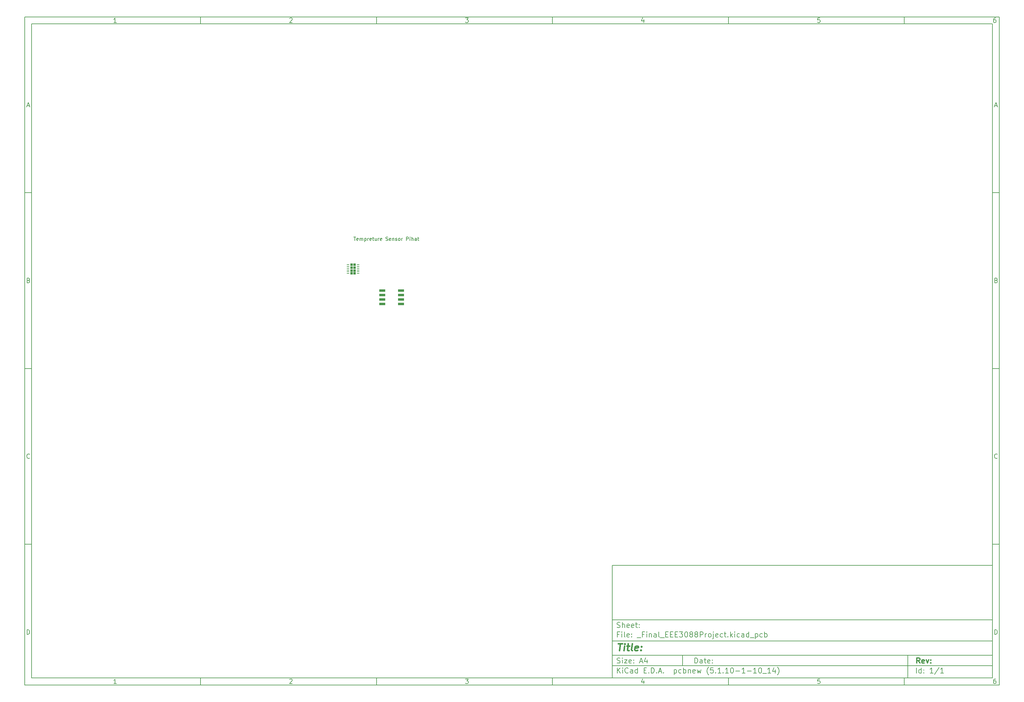
<source format=gbr>
%TF.GenerationSoftware,KiCad,Pcbnew,(5.1.10-1-10_14)*%
%TF.CreationDate,2021-06-17T20:45:02+02:00*%
%TF.ProjectId,_Final_EEE3088Project,5f46696e-616c-45f4-9545-453330383850,rev?*%
%TF.SameCoordinates,Original*%
%TF.FileFunction,Paste,Top*%
%TF.FilePolarity,Positive*%
%FSLAX46Y46*%
G04 Gerber Fmt 4.6, Leading zero omitted, Abs format (unit mm)*
G04 Created by KiCad (PCBNEW (5.1.10-1-10_14)) date 2021-06-17 20:45:02*
%MOMM*%
%LPD*%
G01*
G04 APERTURE LIST*
%ADD10C,0.100000*%
%ADD11C,0.150000*%
%ADD12C,0.300000*%
%ADD13C,0.400000*%
%ADD14R,0.700000X0.250000*%
%ADD15R,0.685000X0.670000*%
%ADD16R,1.800000X0.800000*%
G04 APERTURE END LIST*
D10*
D11*
X177002200Y-166007200D02*
X177002200Y-198007200D01*
X285002200Y-198007200D01*
X285002200Y-166007200D01*
X177002200Y-166007200D01*
D10*
D11*
X10000000Y-10000000D02*
X10000000Y-200007200D01*
X287002200Y-200007200D01*
X287002200Y-10000000D01*
X10000000Y-10000000D01*
D10*
D11*
X12000000Y-12000000D02*
X12000000Y-198007200D01*
X285002200Y-198007200D01*
X285002200Y-12000000D01*
X12000000Y-12000000D01*
D10*
D11*
X60000000Y-12000000D02*
X60000000Y-10000000D01*
D10*
D11*
X110000000Y-12000000D02*
X110000000Y-10000000D01*
D10*
D11*
X160000000Y-12000000D02*
X160000000Y-10000000D01*
D10*
D11*
X210000000Y-12000000D02*
X210000000Y-10000000D01*
D10*
D11*
X260000000Y-12000000D02*
X260000000Y-10000000D01*
D10*
D11*
X36065476Y-11588095D02*
X35322619Y-11588095D01*
X35694047Y-11588095D02*
X35694047Y-10288095D01*
X35570238Y-10473809D01*
X35446428Y-10597619D01*
X35322619Y-10659523D01*
D10*
D11*
X85322619Y-10411904D02*
X85384523Y-10350000D01*
X85508333Y-10288095D01*
X85817857Y-10288095D01*
X85941666Y-10350000D01*
X86003571Y-10411904D01*
X86065476Y-10535714D01*
X86065476Y-10659523D01*
X86003571Y-10845238D01*
X85260714Y-11588095D01*
X86065476Y-11588095D01*
D10*
D11*
X135260714Y-10288095D02*
X136065476Y-10288095D01*
X135632142Y-10783333D01*
X135817857Y-10783333D01*
X135941666Y-10845238D01*
X136003571Y-10907142D01*
X136065476Y-11030952D01*
X136065476Y-11340476D01*
X136003571Y-11464285D01*
X135941666Y-11526190D01*
X135817857Y-11588095D01*
X135446428Y-11588095D01*
X135322619Y-11526190D01*
X135260714Y-11464285D01*
D10*
D11*
X185941666Y-10721428D02*
X185941666Y-11588095D01*
X185632142Y-10226190D02*
X185322619Y-11154761D01*
X186127380Y-11154761D01*
D10*
D11*
X236003571Y-10288095D02*
X235384523Y-10288095D01*
X235322619Y-10907142D01*
X235384523Y-10845238D01*
X235508333Y-10783333D01*
X235817857Y-10783333D01*
X235941666Y-10845238D01*
X236003571Y-10907142D01*
X236065476Y-11030952D01*
X236065476Y-11340476D01*
X236003571Y-11464285D01*
X235941666Y-11526190D01*
X235817857Y-11588095D01*
X235508333Y-11588095D01*
X235384523Y-11526190D01*
X235322619Y-11464285D01*
D10*
D11*
X285941666Y-10288095D02*
X285694047Y-10288095D01*
X285570238Y-10350000D01*
X285508333Y-10411904D01*
X285384523Y-10597619D01*
X285322619Y-10845238D01*
X285322619Y-11340476D01*
X285384523Y-11464285D01*
X285446428Y-11526190D01*
X285570238Y-11588095D01*
X285817857Y-11588095D01*
X285941666Y-11526190D01*
X286003571Y-11464285D01*
X286065476Y-11340476D01*
X286065476Y-11030952D01*
X286003571Y-10907142D01*
X285941666Y-10845238D01*
X285817857Y-10783333D01*
X285570238Y-10783333D01*
X285446428Y-10845238D01*
X285384523Y-10907142D01*
X285322619Y-11030952D01*
D10*
D11*
X60000000Y-198007200D02*
X60000000Y-200007200D01*
D10*
D11*
X110000000Y-198007200D02*
X110000000Y-200007200D01*
D10*
D11*
X160000000Y-198007200D02*
X160000000Y-200007200D01*
D10*
D11*
X210000000Y-198007200D02*
X210000000Y-200007200D01*
D10*
D11*
X260000000Y-198007200D02*
X260000000Y-200007200D01*
D10*
D11*
X36065476Y-199595295D02*
X35322619Y-199595295D01*
X35694047Y-199595295D02*
X35694047Y-198295295D01*
X35570238Y-198481009D01*
X35446428Y-198604819D01*
X35322619Y-198666723D01*
D10*
D11*
X85322619Y-198419104D02*
X85384523Y-198357200D01*
X85508333Y-198295295D01*
X85817857Y-198295295D01*
X85941666Y-198357200D01*
X86003571Y-198419104D01*
X86065476Y-198542914D01*
X86065476Y-198666723D01*
X86003571Y-198852438D01*
X85260714Y-199595295D01*
X86065476Y-199595295D01*
D10*
D11*
X135260714Y-198295295D02*
X136065476Y-198295295D01*
X135632142Y-198790533D01*
X135817857Y-198790533D01*
X135941666Y-198852438D01*
X136003571Y-198914342D01*
X136065476Y-199038152D01*
X136065476Y-199347676D01*
X136003571Y-199471485D01*
X135941666Y-199533390D01*
X135817857Y-199595295D01*
X135446428Y-199595295D01*
X135322619Y-199533390D01*
X135260714Y-199471485D01*
D10*
D11*
X185941666Y-198728628D02*
X185941666Y-199595295D01*
X185632142Y-198233390D02*
X185322619Y-199161961D01*
X186127380Y-199161961D01*
D10*
D11*
X236003571Y-198295295D02*
X235384523Y-198295295D01*
X235322619Y-198914342D01*
X235384523Y-198852438D01*
X235508333Y-198790533D01*
X235817857Y-198790533D01*
X235941666Y-198852438D01*
X236003571Y-198914342D01*
X236065476Y-199038152D01*
X236065476Y-199347676D01*
X236003571Y-199471485D01*
X235941666Y-199533390D01*
X235817857Y-199595295D01*
X235508333Y-199595295D01*
X235384523Y-199533390D01*
X235322619Y-199471485D01*
D10*
D11*
X285941666Y-198295295D02*
X285694047Y-198295295D01*
X285570238Y-198357200D01*
X285508333Y-198419104D01*
X285384523Y-198604819D01*
X285322619Y-198852438D01*
X285322619Y-199347676D01*
X285384523Y-199471485D01*
X285446428Y-199533390D01*
X285570238Y-199595295D01*
X285817857Y-199595295D01*
X285941666Y-199533390D01*
X286003571Y-199471485D01*
X286065476Y-199347676D01*
X286065476Y-199038152D01*
X286003571Y-198914342D01*
X285941666Y-198852438D01*
X285817857Y-198790533D01*
X285570238Y-198790533D01*
X285446428Y-198852438D01*
X285384523Y-198914342D01*
X285322619Y-199038152D01*
D10*
D11*
X10000000Y-60000000D02*
X12000000Y-60000000D01*
D10*
D11*
X10000000Y-110000000D02*
X12000000Y-110000000D01*
D10*
D11*
X10000000Y-160000000D02*
X12000000Y-160000000D01*
D10*
D11*
X10690476Y-35216666D02*
X11309523Y-35216666D01*
X10566666Y-35588095D02*
X11000000Y-34288095D01*
X11433333Y-35588095D01*
D10*
D11*
X11092857Y-84907142D02*
X11278571Y-84969047D01*
X11340476Y-85030952D01*
X11402380Y-85154761D01*
X11402380Y-85340476D01*
X11340476Y-85464285D01*
X11278571Y-85526190D01*
X11154761Y-85588095D01*
X10659523Y-85588095D01*
X10659523Y-84288095D01*
X11092857Y-84288095D01*
X11216666Y-84350000D01*
X11278571Y-84411904D01*
X11340476Y-84535714D01*
X11340476Y-84659523D01*
X11278571Y-84783333D01*
X11216666Y-84845238D01*
X11092857Y-84907142D01*
X10659523Y-84907142D01*
D10*
D11*
X11402380Y-135464285D02*
X11340476Y-135526190D01*
X11154761Y-135588095D01*
X11030952Y-135588095D01*
X10845238Y-135526190D01*
X10721428Y-135402380D01*
X10659523Y-135278571D01*
X10597619Y-135030952D01*
X10597619Y-134845238D01*
X10659523Y-134597619D01*
X10721428Y-134473809D01*
X10845238Y-134350000D01*
X11030952Y-134288095D01*
X11154761Y-134288095D01*
X11340476Y-134350000D01*
X11402380Y-134411904D01*
D10*
D11*
X10659523Y-185588095D02*
X10659523Y-184288095D01*
X10969047Y-184288095D01*
X11154761Y-184350000D01*
X11278571Y-184473809D01*
X11340476Y-184597619D01*
X11402380Y-184845238D01*
X11402380Y-185030952D01*
X11340476Y-185278571D01*
X11278571Y-185402380D01*
X11154761Y-185526190D01*
X10969047Y-185588095D01*
X10659523Y-185588095D01*
D10*
D11*
X287002200Y-60000000D02*
X285002200Y-60000000D01*
D10*
D11*
X287002200Y-110000000D02*
X285002200Y-110000000D01*
D10*
D11*
X287002200Y-160000000D02*
X285002200Y-160000000D01*
D10*
D11*
X285692676Y-35216666D02*
X286311723Y-35216666D01*
X285568866Y-35588095D02*
X286002200Y-34288095D01*
X286435533Y-35588095D01*
D10*
D11*
X286095057Y-84907142D02*
X286280771Y-84969047D01*
X286342676Y-85030952D01*
X286404580Y-85154761D01*
X286404580Y-85340476D01*
X286342676Y-85464285D01*
X286280771Y-85526190D01*
X286156961Y-85588095D01*
X285661723Y-85588095D01*
X285661723Y-84288095D01*
X286095057Y-84288095D01*
X286218866Y-84350000D01*
X286280771Y-84411904D01*
X286342676Y-84535714D01*
X286342676Y-84659523D01*
X286280771Y-84783333D01*
X286218866Y-84845238D01*
X286095057Y-84907142D01*
X285661723Y-84907142D01*
D10*
D11*
X286404580Y-135464285D02*
X286342676Y-135526190D01*
X286156961Y-135588095D01*
X286033152Y-135588095D01*
X285847438Y-135526190D01*
X285723628Y-135402380D01*
X285661723Y-135278571D01*
X285599819Y-135030952D01*
X285599819Y-134845238D01*
X285661723Y-134597619D01*
X285723628Y-134473809D01*
X285847438Y-134350000D01*
X286033152Y-134288095D01*
X286156961Y-134288095D01*
X286342676Y-134350000D01*
X286404580Y-134411904D01*
D10*
D11*
X285661723Y-185588095D02*
X285661723Y-184288095D01*
X285971247Y-184288095D01*
X286156961Y-184350000D01*
X286280771Y-184473809D01*
X286342676Y-184597619D01*
X286404580Y-184845238D01*
X286404580Y-185030952D01*
X286342676Y-185278571D01*
X286280771Y-185402380D01*
X286156961Y-185526190D01*
X285971247Y-185588095D01*
X285661723Y-185588095D01*
D10*
D11*
X200434342Y-193785771D02*
X200434342Y-192285771D01*
X200791485Y-192285771D01*
X201005771Y-192357200D01*
X201148628Y-192500057D01*
X201220057Y-192642914D01*
X201291485Y-192928628D01*
X201291485Y-193142914D01*
X201220057Y-193428628D01*
X201148628Y-193571485D01*
X201005771Y-193714342D01*
X200791485Y-193785771D01*
X200434342Y-193785771D01*
X202577200Y-193785771D02*
X202577200Y-193000057D01*
X202505771Y-192857200D01*
X202362914Y-192785771D01*
X202077200Y-192785771D01*
X201934342Y-192857200D01*
X202577200Y-193714342D02*
X202434342Y-193785771D01*
X202077200Y-193785771D01*
X201934342Y-193714342D01*
X201862914Y-193571485D01*
X201862914Y-193428628D01*
X201934342Y-193285771D01*
X202077200Y-193214342D01*
X202434342Y-193214342D01*
X202577200Y-193142914D01*
X203077200Y-192785771D02*
X203648628Y-192785771D01*
X203291485Y-192285771D02*
X203291485Y-193571485D01*
X203362914Y-193714342D01*
X203505771Y-193785771D01*
X203648628Y-193785771D01*
X204720057Y-193714342D02*
X204577200Y-193785771D01*
X204291485Y-193785771D01*
X204148628Y-193714342D01*
X204077200Y-193571485D01*
X204077200Y-193000057D01*
X204148628Y-192857200D01*
X204291485Y-192785771D01*
X204577200Y-192785771D01*
X204720057Y-192857200D01*
X204791485Y-193000057D01*
X204791485Y-193142914D01*
X204077200Y-193285771D01*
X205434342Y-193642914D02*
X205505771Y-193714342D01*
X205434342Y-193785771D01*
X205362914Y-193714342D01*
X205434342Y-193642914D01*
X205434342Y-193785771D01*
X205434342Y-192857200D02*
X205505771Y-192928628D01*
X205434342Y-193000057D01*
X205362914Y-192928628D01*
X205434342Y-192857200D01*
X205434342Y-193000057D01*
D10*
D11*
X177002200Y-194507200D02*
X285002200Y-194507200D01*
D10*
D11*
X178434342Y-196585771D02*
X178434342Y-195085771D01*
X179291485Y-196585771D02*
X178648628Y-195728628D01*
X179291485Y-195085771D02*
X178434342Y-195942914D01*
X179934342Y-196585771D02*
X179934342Y-195585771D01*
X179934342Y-195085771D02*
X179862914Y-195157200D01*
X179934342Y-195228628D01*
X180005771Y-195157200D01*
X179934342Y-195085771D01*
X179934342Y-195228628D01*
X181505771Y-196442914D02*
X181434342Y-196514342D01*
X181220057Y-196585771D01*
X181077200Y-196585771D01*
X180862914Y-196514342D01*
X180720057Y-196371485D01*
X180648628Y-196228628D01*
X180577200Y-195942914D01*
X180577200Y-195728628D01*
X180648628Y-195442914D01*
X180720057Y-195300057D01*
X180862914Y-195157200D01*
X181077200Y-195085771D01*
X181220057Y-195085771D01*
X181434342Y-195157200D01*
X181505771Y-195228628D01*
X182791485Y-196585771D02*
X182791485Y-195800057D01*
X182720057Y-195657200D01*
X182577200Y-195585771D01*
X182291485Y-195585771D01*
X182148628Y-195657200D01*
X182791485Y-196514342D02*
X182648628Y-196585771D01*
X182291485Y-196585771D01*
X182148628Y-196514342D01*
X182077200Y-196371485D01*
X182077200Y-196228628D01*
X182148628Y-196085771D01*
X182291485Y-196014342D01*
X182648628Y-196014342D01*
X182791485Y-195942914D01*
X184148628Y-196585771D02*
X184148628Y-195085771D01*
X184148628Y-196514342D02*
X184005771Y-196585771D01*
X183720057Y-196585771D01*
X183577200Y-196514342D01*
X183505771Y-196442914D01*
X183434342Y-196300057D01*
X183434342Y-195871485D01*
X183505771Y-195728628D01*
X183577200Y-195657200D01*
X183720057Y-195585771D01*
X184005771Y-195585771D01*
X184148628Y-195657200D01*
X186005771Y-195800057D02*
X186505771Y-195800057D01*
X186720057Y-196585771D02*
X186005771Y-196585771D01*
X186005771Y-195085771D01*
X186720057Y-195085771D01*
X187362914Y-196442914D02*
X187434342Y-196514342D01*
X187362914Y-196585771D01*
X187291485Y-196514342D01*
X187362914Y-196442914D01*
X187362914Y-196585771D01*
X188077200Y-196585771D02*
X188077200Y-195085771D01*
X188434342Y-195085771D01*
X188648628Y-195157200D01*
X188791485Y-195300057D01*
X188862914Y-195442914D01*
X188934342Y-195728628D01*
X188934342Y-195942914D01*
X188862914Y-196228628D01*
X188791485Y-196371485D01*
X188648628Y-196514342D01*
X188434342Y-196585771D01*
X188077200Y-196585771D01*
X189577200Y-196442914D02*
X189648628Y-196514342D01*
X189577200Y-196585771D01*
X189505771Y-196514342D01*
X189577200Y-196442914D01*
X189577200Y-196585771D01*
X190220057Y-196157200D02*
X190934342Y-196157200D01*
X190077200Y-196585771D02*
X190577200Y-195085771D01*
X191077200Y-196585771D01*
X191577200Y-196442914D02*
X191648628Y-196514342D01*
X191577200Y-196585771D01*
X191505771Y-196514342D01*
X191577200Y-196442914D01*
X191577200Y-196585771D01*
X194577200Y-195585771D02*
X194577200Y-197085771D01*
X194577200Y-195657200D02*
X194720057Y-195585771D01*
X195005771Y-195585771D01*
X195148628Y-195657200D01*
X195220057Y-195728628D01*
X195291485Y-195871485D01*
X195291485Y-196300057D01*
X195220057Y-196442914D01*
X195148628Y-196514342D01*
X195005771Y-196585771D01*
X194720057Y-196585771D01*
X194577200Y-196514342D01*
X196577200Y-196514342D02*
X196434342Y-196585771D01*
X196148628Y-196585771D01*
X196005771Y-196514342D01*
X195934342Y-196442914D01*
X195862914Y-196300057D01*
X195862914Y-195871485D01*
X195934342Y-195728628D01*
X196005771Y-195657200D01*
X196148628Y-195585771D01*
X196434342Y-195585771D01*
X196577200Y-195657200D01*
X197220057Y-196585771D02*
X197220057Y-195085771D01*
X197220057Y-195657200D02*
X197362914Y-195585771D01*
X197648628Y-195585771D01*
X197791485Y-195657200D01*
X197862914Y-195728628D01*
X197934342Y-195871485D01*
X197934342Y-196300057D01*
X197862914Y-196442914D01*
X197791485Y-196514342D01*
X197648628Y-196585771D01*
X197362914Y-196585771D01*
X197220057Y-196514342D01*
X198577200Y-195585771D02*
X198577200Y-196585771D01*
X198577200Y-195728628D02*
X198648628Y-195657200D01*
X198791485Y-195585771D01*
X199005771Y-195585771D01*
X199148628Y-195657200D01*
X199220057Y-195800057D01*
X199220057Y-196585771D01*
X200505771Y-196514342D02*
X200362914Y-196585771D01*
X200077200Y-196585771D01*
X199934342Y-196514342D01*
X199862914Y-196371485D01*
X199862914Y-195800057D01*
X199934342Y-195657200D01*
X200077200Y-195585771D01*
X200362914Y-195585771D01*
X200505771Y-195657200D01*
X200577200Y-195800057D01*
X200577200Y-195942914D01*
X199862914Y-196085771D01*
X201077200Y-195585771D02*
X201362914Y-196585771D01*
X201648628Y-195871485D01*
X201934342Y-196585771D01*
X202220057Y-195585771D01*
X204362914Y-197157200D02*
X204291485Y-197085771D01*
X204148628Y-196871485D01*
X204077200Y-196728628D01*
X204005771Y-196514342D01*
X203934342Y-196157200D01*
X203934342Y-195871485D01*
X204005771Y-195514342D01*
X204077200Y-195300057D01*
X204148628Y-195157200D01*
X204291485Y-194942914D01*
X204362914Y-194871485D01*
X205648628Y-195085771D02*
X204934342Y-195085771D01*
X204862914Y-195800057D01*
X204934342Y-195728628D01*
X205077200Y-195657200D01*
X205434342Y-195657200D01*
X205577200Y-195728628D01*
X205648628Y-195800057D01*
X205720057Y-195942914D01*
X205720057Y-196300057D01*
X205648628Y-196442914D01*
X205577200Y-196514342D01*
X205434342Y-196585771D01*
X205077200Y-196585771D01*
X204934342Y-196514342D01*
X204862914Y-196442914D01*
X206362914Y-196442914D02*
X206434342Y-196514342D01*
X206362914Y-196585771D01*
X206291485Y-196514342D01*
X206362914Y-196442914D01*
X206362914Y-196585771D01*
X207862914Y-196585771D02*
X207005771Y-196585771D01*
X207434342Y-196585771D02*
X207434342Y-195085771D01*
X207291485Y-195300057D01*
X207148628Y-195442914D01*
X207005771Y-195514342D01*
X208505771Y-196442914D02*
X208577200Y-196514342D01*
X208505771Y-196585771D01*
X208434342Y-196514342D01*
X208505771Y-196442914D01*
X208505771Y-196585771D01*
X210005771Y-196585771D02*
X209148628Y-196585771D01*
X209577200Y-196585771D02*
X209577200Y-195085771D01*
X209434342Y-195300057D01*
X209291485Y-195442914D01*
X209148628Y-195514342D01*
X210934342Y-195085771D02*
X211077200Y-195085771D01*
X211220057Y-195157200D01*
X211291485Y-195228628D01*
X211362914Y-195371485D01*
X211434342Y-195657200D01*
X211434342Y-196014342D01*
X211362914Y-196300057D01*
X211291485Y-196442914D01*
X211220057Y-196514342D01*
X211077200Y-196585771D01*
X210934342Y-196585771D01*
X210791485Y-196514342D01*
X210720057Y-196442914D01*
X210648628Y-196300057D01*
X210577200Y-196014342D01*
X210577200Y-195657200D01*
X210648628Y-195371485D01*
X210720057Y-195228628D01*
X210791485Y-195157200D01*
X210934342Y-195085771D01*
X212077200Y-196014342D02*
X213220057Y-196014342D01*
X214720057Y-196585771D02*
X213862914Y-196585771D01*
X214291485Y-196585771D02*
X214291485Y-195085771D01*
X214148628Y-195300057D01*
X214005771Y-195442914D01*
X213862914Y-195514342D01*
X215362914Y-196014342D02*
X216505771Y-196014342D01*
X218005771Y-196585771D02*
X217148628Y-196585771D01*
X217577200Y-196585771D02*
X217577200Y-195085771D01*
X217434342Y-195300057D01*
X217291485Y-195442914D01*
X217148628Y-195514342D01*
X218934342Y-195085771D02*
X219077200Y-195085771D01*
X219220057Y-195157200D01*
X219291485Y-195228628D01*
X219362914Y-195371485D01*
X219434342Y-195657200D01*
X219434342Y-196014342D01*
X219362914Y-196300057D01*
X219291485Y-196442914D01*
X219220057Y-196514342D01*
X219077200Y-196585771D01*
X218934342Y-196585771D01*
X218791485Y-196514342D01*
X218720057Y-196442914D01*
X218648628Y-196300057D01*
X218577200Y-196014342D01*
X218577200Y-195657200D01*
X218648628Y-195371485D01*
X218720057Y-195228628D01*
X218791485Y-195157200D01*
X218934342Y-195085771D01*
X219720057Y-196728628D02*
X220862914Y-196728628D01*
X222005771Y-196585771D02*
X221148628Y-196585771D01*
X221577200Y-196585771D02*
X221577200Y-195085771D01*
X221434342Y-195300057D01*
X221291485Y-195442914D01*
X221148628Y-195514342D01*
X223291485Y-195585771D02*
X223291485Y-196585771D01*
X222934342Y-195014342D02*
X222577200Y-196085771D01*
X223505771Y-196085771D01*
X223934342Y-197157200D02*
X224005771Y-197085771D01*
X224148628Y-196871485D01*
X224220057Y-196728628D01*
X224291485Y-196514342D01*
X224362914Y-196157200D01*
X224362914Y-195871485D01*
X224291485Y-195514342D01*
X224220057Y-195300057D01*
X224148628Y-195157200D01*
X224005771Y-194942914D01*
X223934342Y-194871485D01*
D10*
D11*
X177002200Y-191507200D02*
X285002200Y-191507200D01*
D10*
D12*
X264411485Y-193785771D02*
X263911485Y-193071485D01*
X263554342Y-193785771D02*
X263554342Y-192285771D01*
X264125771Y-192285771D01*
X264268628Y-192357200D01*
X264340057Y-192428628D01*
X264411485Y-192571485D01*
X264411485Y-192785771D01*
X264340057Y-192928628D01*
X264268628Y-193000057D01*
X264125771Y-193071485D01*
X263554342Y-193071485D01*
X265625771Y-193714342D02*
X265482914Y-193785771D01*
X265197200Y-193785771D01*
X265054342Y-193714342D01*
X264982914Y-193571485D01*
X264982914Y-193000057D01*
X265054342Y-192857200D01*
X265197200Y-192785771D01*
X265482914Y-192785771D01*
X265625771Y-192857200D01*
X265697200Y-193000057D01*
X265697200Y-193142914D01*
X264982914Y-193285771D01*
X266197200Y-192785771D02*
X266554342Y-193785771D01*
X266911485Y-192785771D01*
X267482914Y-193642914D02*
X267554342Y-193714342D01*
X267482914Y-193785771D01*
X267411485Y-193714342D01*
X267482914Y-193642914D01*
X267482914Y-193785771D01*
X267482914Y-192857200D02*
X267554342Y-192928628D01*
X267482914Y-193000057D01*
X267411485Y-192928628D01*
X267482914Y-192857200D01*
X267482914Y-193000057D01*
D10*
D11*
X178362914Y-193714342D02*
X178577200Y-193785771D01*
X178934342Y-193785771D01*
X179077200Y-193714342D01*
X179148628Y-193642914D01*
X179220057Y-193500057D01*
X179220057Y-193357200D01*
X179148628Y-193214342D01*
X179077200Y-193142914D01*
X178934342Y-193071485D01*
X178648628Y-193000057D01*
X178505771Y-192928628D01*
X178434342Y-192857200D01*
X178362914Y-192714342D01*
X178362914Y-192571485D01*
X178434342Y-192428628D01*
X178505771Y-192357200D01*
X178648628Y-192285771D01*
X179005771Y-192285771D01*
X179220057Y-192357200D01*
X179862914Y-193785771D02*
X179862914Y-192785771D01*
X179862914Y-192285771D02*
X179791485Y-192357200D01*
X179862914Y-192428628D01*
X179934342Y-192357200D01*
X179862914Y-192285771D01*
X179862914Y-192428628D01*
X180434342Y-192785771D02*
X181220057Y-192785771D01*
X180434342Y-193785771D01*
X181220057Y-193785771D01*
X182362914Y-193714342D02*
X182220057Y-193785771D01*
X181934342Y-193785771D01*
X181791485Y-193714342D01*
X181720057Y-193571485D01*
X181720057Y-193000057D01*
X181791485Y-192857200D01*
X181934342Y-192785771D01*
X182220057Y-192785771D01*
X182362914Y-192857200D01*
X182434342Y-193000057D01*
X182434342Y-193142914D01*
X181720057Y-193285771D01*
X183077200Y-193642914D02*
X183148628Y-193714342D01*
X183077200Y-193785771D01*
X183005771Y-193714342D01*
X183077200Y-193642914D01*
X183077200Y-193785771D01*
X183077200Y-192857200D02*
X183148628Y-192928628D01*
X183077200Y-193000057D01*
X183005771Y-192928628D01*
X183077200Y-192857200D01*
X183077200Y-193000057D01*
X184862914Y-193357200D02*
X185577200Y-193357200D01*
X184720057Y-193785771D02*
X185220057Y-192285771D01*
X185720057Y-193785771D01*
X186862914Y-192785771D02*
X186862914Y-193785771D01*
X186505771Y-192214342D02*
X186148628Y-193285771D01*
X187077200Y-193285771D01*
D10*
D11*
X263434342Y-196585771D02*
X263434342Y-195085771D01*
X264791485Y-196585771D02*
X264791485Y-195085771D01*
X264791485Y-196514342D02*
X264648628Y-196585771D01*
X264362914Y-196585771D01*
X264220057Y-196514342D01*
X264148628Y-196442914D01*
X264077200Y-196300057D01*
X264077200Y-195871485D01*
X264148628Y-195728628D01*
X264220057Y-195657200D01*
X264362914Y-195585771D01*
X264648628Y-195585771D01*
X264791485Y-195657200D01*
X265505771Y-196442914D02*
X265577200Y-196514342D01*
X265505771Y-196585771D01*
X265434342Y-196514342D01*
X265505771Y-196442914D01*
X265505771Y-196585771D01*
X265505771Y-195657200D02*
X265577200Y-195728628D01*
X265505771Y-195800057D01*
X265434342Y-195728628D01*
X265505771Y-195657200D01*
X265505771Y-195800057D01*
X268148628Y-196585771D02*
X267291485Y-196585771D01*
X267720057Y-196585771D02*
X267720057Y-195085771D01*
X267577200Y-195300057D01*
X267434342Y-195442914D01*
X267291485Y-195514342D01*
X269862914Y-195014342D02*
X268577200Y-196942914D01*
X271148628Y-196585771D02*
X270291485Y-196585771D01*
X270720057Y-196585771D02*
X270720057Y-195085771D01*
X270577200Y-195300057D01*
X270434342Y-195442914D01*
X270291485Y-195514342D01*
D10*
D11*
X177002200Y-187507200D02*
X285002200Y-187507200D01*
D10*
D13*
X178714580Y-188211961D02*
X179857438Y-188211961D01*
X179036009Y-190211961D02*
X179286009Y-188211961D01*
X180274104Y-190211961D02*
X180440771Y-188878628D01*
X180524104Y-188211961D02*
X180416961Y-188307200D01*
X180500295Y-188402438D01*
X180607438Y-188307200D01*
X180524104Y-188211961D01*
X180500295Y-188402438D01*
X181107438Y-188878628D02*
X181869342Y-188878628D01*
X181476485Y-188211961D02*
X181262200Y-189926247D01*
X181333628Y-190116723D01*
X181512200Y-190211961D01*
X181702676Y-190211961D01*
X182655057Y-190211961D02*
X182476485Y-190116723D01*
X182405057Y-189926247D01*
X182619342Y-188211961D01*
X184190771Y-190116723D02*
X183988390Y-190211961D01*
X183607438Y-190211961D01*
X183428866Y-190116723D01*
X183357438Y-189926247D01*
X183452676Y-189164342D01*
X183571723Y-188973866D01*
X183774104Y-188878628D01*
X184155057Y-188878628D01*
X184333628Y-188973866D01*
X184405057Y-189164342D01*
X184381247Y-189354819D01*
X183405057Y-189545295D01*
X185155057Y-190021485D02*
X185238390Y-190116723D01*
X185131247Y-190211961D01*
X185047914Y-190116723D01*
X185155057Y-190021485D01*
X185131247Y-190211961D01*
X185286009Y-188973866D02*
X185369342Y-189069104D01*
X185262200Y-189164342D01*
X185178866Y-189069104D01*
X185286009Y-188973866D01*
X185262200Y-189164342D01*
D10*
D11*
X178934342Y-185600057D02*
X178434342Y-185600057D01*
X178434342Y-186385771D02*
X178434342Y-184885771D01*
X179148628Y-184885771D01*
X179720057Y-186385771D02*
X179720057Y-185385771D01*
X179720057Y-184885771D02*
X179648628Y-184957200D01*
X179720057Y-185028628D01*
X179791485Y-184957200D01*
X179720057Y-184885771D01*
X179720057Y-185028628D01*
X180648628Y-186385771D02*
X180505771Y-186314342D01*
X180434342Y-186171485D01*
X180434342Y-184885771D01*
X181791485Y-186314342D02*
X181648628Y-186385771D01*
X181362914Y-186385771D01*
X181220057Y-186314342D01*
X181148628Y-186171485D01*
X181148628Y-185600057D01*
X181220057Y-185457200D01*
X181362914Y-185385771D01*
X181648628Y-185385771D01*
X181791485Y-185457200D01*
X181862914Y-185600057D01*
X181862914Y-185742914D01*
X181148628Y-185885771D01*
X182505771Y-186242914D02*
X182577200Y-186314342D01*
X182505771Y-186385771D01*
X182434342Y-186314342D01*
X182505771Y-186242914D01*
X182505771Y-186385771D01*
X182505771Y-185457200D02*
X182577200Y-185528628D01*
X182505771Y-185600057D01*
X182434342Y-185528628D01*
X182505771Y-185457200D01*
X182505771Y-185600057D01*
X184005771Y-186528628D02*
X185148628Y-186528628D01*
X186005771Y-185600057D02*
X185505771Y-185600057D01*
X185505771Y-186385771D02*
X185505771Y-184885771D01*
X186220057Y-184885771D01*
X186791485Y-186385771D02*
X186791485Y-185385771D01*
X186791485Y-184885771D02*
X186720057Y-184957200D01*
X186791485Y-185028628D01*
X186862914Y-184957200D01*
X186791485Y-184885771D01*
X186791485Y-185028628D01*
X187505771Y-185385771D02*
X187505771Y-186385771D01*
X187505771Y-185528628D02*
X187577200Y-185457200D01*
X187720057Y-185385771D01*
X187934342Y-185385771D01*
X188077200Y-185457200D01*
X188148628Y-185600057D01*
X188148628Y-186385771D01*
X189505771Y-186385771D02*
X189505771Y-185600057D01*
X189434342Y-185457200D01*
X189291485Y-185385771D01*
X189005771Y-185385771D01*
X188862914Y-185457200D01*
X189505771Y-186314342D02*
X189362914Y-186385771D01*
X189005771Y-186385771D01*
X188862914Y-186314342D01*
X188791485Y-186171485D01*
X188791485Y-186028628D01*
X188862914Y-185885771D01*
X189005771Y-185814342D01*
X189362914Y-185814342D01*
X189505771Y-185742914D01*
X190434342Y-186385771D02*
X190291485Y-186314342D01*
X190220057Y-186171485D01*
X190220057Y-184885771D01*
X190648628Y-186528628D02*
X191791485Y-186528628D01*
X192148628Y-185600057D02*
X192648628Y-185600057D01*
X192862914Y-186385771D02*
X192148628Y-186385771D01*
X192148628Y-184885771D01*
X192862914Y-184885771D01*
X193505771Y-185600057D02*
X194005771Y-185600057D01*
X194220057Y-186385771D02*
X193505771Y-186385771D01*
X193505771Y-184885771D01*
X194220057Y-184885771D01*
X194862914Y-185600057D02*
X195362914Y-185600057D01*
X195577200Y-186385771D02*
X194862914Y-186385771D01*
X194862914Y-184885771D01*
X195577200Y-184885771D01*
X196077200Y-184885771D02*
X197005771Y-184885771D01*
X196505771Y-185457200D01*
X196720057Y-185457200D01*
X196862914Y-185528628D01*
X196934342Y-185600057D01*
X197005771Y-185742914D01*
X197005771Y-186100057D01*
X196934342Y-186242914D01*
X196862914Y-186314342D01*
X196720057Y-186385771D01*
X196291485Y-186385771D01*
X196148628Y-186314342D01*
X196077200Y-186242914D01*
X197934342Y-184885771D02*
X198077200Y-184885771D01*
X198220057Y-184957200D01*
X198291485Y-185028628D01*
X198362914Y-185171485D01*
X198434342Y-185457200D01*
X198434342Y-185814342D01*
X198362914Y-186100057D01*
X198291485Y-186242914D01*
X198220057Y-186314342D01*
X198077200Y-186385771D01*
X197934342Y-186385771D01*
X197791485Y-186314342D01*
X197720057Y-186242914D01*
X197648628Y-186100057D01*
X197577200Y-185814342D01*
X197577200Y-185457200D01*
X197648628Y-185171485D01*
X197720057Y-185028628D01*
X197791485Y-184957200D01*
X197934342Y-184885771D01*
X199291485Y-185528628D02*
X199148628Y-185457200D01*
X199077200Y-185385771D01*
X199005771Y-185242914D01*
X199005771Y-185171485D01*
X199077200Y-185028628D01*
X199148628Y-184957200D01*
X199291485Y-184885771D01*
X199577200Y-184885771D01*
X199720057Y-184957200D01*
X199791485Y-185028628D01*
X199862914Y-185171485D01*
X199862914Y-185242914D01*
X199791485Y-185385771D01*
X199720057Y-185457200D01*
X199577200Y-185528628D01*
X199291485Y-185528628D01*
X199148628Y-185600057D01*
X199077200Y-185671485D01*
X199005771Y-185814342D01*
X199005771Y-186100057D01*
X199077200Y-186242914D01*
X199148628Y-186314342D01*
X199291485Y-186385771D01*
X199577200Y-186385771D01*
X199720057Y-186314342D01*
X199791485Y-186242914D01*
X199862914Y-186100057D01*
X199862914Y-185814342D01*
X199791485Y-185671485D01*
X199720057Y-185600057D01*
X199577200Y-185528628D01*
X200720057Y-185528628D02*
X200577200Y-185457200D01*
X200505771Y-185385771D01*
X200434342Y-185242914D01*
X200434342Y-185171485D01*
X200505771Y-185028628D01*
X200577200Y-184957200D01*
X200720057Y-184885771D01*
X201005771Y-184885771D01*
X201148628Y-184957200D01*
X201220057Y-185028628D01*
X201291485Y-185171485D01*
X201291485Y-185242914D01*
X201220057Y-185385771D01*
X201148628Y-185457200D01*
X201005771Y-185528628D01*
X200720057Y-185528628D01*
X200577200Y-185600057D01*
X200505771Y-185671485D01*
X200434342Y-185814342D01*
X200434342Y-186100057D01*
X200505771Y-186242914D01*
X200577200Y-186314342D01*
X200720057Y-186385771D01*
X201005771Y-186385771D01*
X201148628Y-186314342D01*
X201220057Y-186242914D01*
X201291485Y-186100057D01*
X201291485Y-185814342D01*
X201220057Y-185671485D01*
X201148628Y-185600057D01*
X201005771Y-185528628D01*
X201934342Y-186385771D02*
X201934342Y-184885771D01*
X202505771Y-184885771D01*
X202648628Y-184957200D01*
X202720057Y-185028628D01*
X202791485Y-185171485D01*
X202791485Y-185385771D01*
X202720057Y-185528628D01*
X202648628Y-185600057D01*
X202505771Y-185671485D01*
X201934342Y-185671485D01*
X203434342Y-186385771D02*
X203434342Y-185385771D01*
X203434342Y-185671485D02*
X203505771Y-185528628D01*
X203577200Y-185457200D01*
X203720057Y-185385771D01*
X203862914Y-185385771D01*
X204577200Y-186385771D02*
X204434342Y-186314342D01*
X204362914Y-186242914D01*
X204291485Y-186100057D01*
X204291485Y-185671485D01*
X204362914Y-185528628D01*
X204434342Y-185457200D01*
X204577200Y-185385771D01*
X204791485Y-185385771D01*
X204934342Y-185457200D01*
X205005771Y-185528628D01*
X205077200Y-185671485D01*
X205077200Y-186100057D01*
X205005771Y-186242914D01*
X204934342Y-186314342D01*
X204791485Y-186385771D01*
X204577200Y-186385771D01*
X205720057Y-185385771D02*
X205720057Y-186671485D01*
X205648628Y-186814342D01*
X205505771Y-186885771D01*
X205434342Y-186885771D01*
X205720057Y-184885771D02*
X205648628Y-184957200D01*
X205720057Y-185028628D01*
X205791485Y-184957200D01*
X205720057Y-184885771D01*
X205720057Y-185028628D01*
X207005771Y-186314342D02*
X206862914Y-186385771D01*
X206577200Y-186385771D01*
X206434342Y-186314342D01*
X206362914Y-186171485D01*
X206362914Y-185600057D01*
X206434342Y-185457200D01*
X206577200Y-185385771D01*
X206862914Y-185385771D01*
X207005771Y-185457200D01*
X207077200Y-185600057D01*
X207077200Y-185742914D01*
X206362914Y-185885771D01*
X208362914Y-186314342D02*
X208220057Y-186385771D01*
X207934342Y-186385771D01*
X207791485Y-186314342D01*
X207720057Y-186242914D01*
X207648628Y-186100057D01*
X207648628Y-185671485D01*
X207720057Y-185528628D01*
X207791485Y-185457200D01*
X207934342Y-185385771D01*
X208220057Y-185385771D01*
X208362914Y-185457200D01*
X208791485Y-185385771D02*
X209362914Y-185385771D01*
X209005771Y-184885771D02*
X209005771Y-186171485D01*
X209077200Y-186314342D01*
X209220057Y-186385771D01*
X209362914Y-186385771D01*
X209862914Y-186242914D02*
X209934342Y-186314342D01*
X209862914Y-186385771D01*
X209791485Y-186314342D01*
X209862914Y-186242914D01*
X209862914Y-186385771D01*
X210577200Y-186385771D02*
X210577200Y-184885771D01*
X210720057Y-185814342D02*
X211148628Y-186385771D01*
X211148628Y-185385771D02*
X210577200Y-185957200D01*
X211791485Y-186385771D02*
X211791485Y-185385771D01*
X211791485Y-184885771D02*
X211720057Y-184957200D01*
X211791485Y-185028628D01*
X211862914Y-184957200D01*
X211791485Y-184885771D01*
X211791485Y-185028628D01*
X213148628Y-186314342D02*
X213005771Y-186385771D01*
X212720057Y-186385771D01*
X212577200Y-186314342D01*
X212505771Y-186242914D01*
X212434342Y-186100057D01*
X212434342Y-185671485D01*
X212505771Y-185528628D01*
X212577200Y-185457200D01*
X212720057Y-185385771D01*
X213005771Y-185385771D01*
X213148628Y-185457200D01*
X214434342Y-186385771D02*
X214434342Y-185600057D01*
X214362914Y-185457200D01*
X214220057Y-185385771D01*
X213934342Y-185385771D01*
X213791485Y-185457200D01*
X214434342Y-186314342D02*
X214291485Y-186385771D01*
X213934342Y-186385771D01*
X213791485Y-186314342D01*
X213720057Y-186171485D01*
X213720057Y-186028628D01*
X213791485Y-185885771D01*
X213934342Y-185814342D01*
X214291485Y-185814342D01*
X214434342Y-185742914D01*
X215791485Y-186385771D02*
X215791485Y-184885771D01*
X215791485Y-186314342D02*
X215648628Y-186385771D01*
X215362914Y-186385771D01*
X215220057Y-186314342D01*
X215148628Y-186242914D01*
X215077200Y-186100057D01*
X215077200Y-185671485D01*
X215148628Y-185528628D01*
X215220057Y-185457200D01*
X215362914Y-185385771D01*
X215648628Y-185385771D01*
X215791485Y-185457200D01*
X216148628Y-186528628D02*
X217291485Y-186528628D01*
X217648628Y-185385771D02*
X217648628Y-186885771D01*
X217648628Y-185457200D02*
X217791485Y-185385771D01*
X218077200Y-185385771D01*
X218220057Y-185457200D01*
X218291485Y-185528628D01*
X218362914Y-185671485D01*
X218362914Y-186100057D01*
X218291485Y-186242914D01*
X218220057Y-186314342D01*
X218077200Y-186385771D01*
X217791485Y-186385771D01*
X217648628Y-186314342D01*
X219648628Y-186314342D02*
X219505771Y-186385771D01*
X219220057Y-186385771D01*
X219077200Y-186314342D01*
X219005771Y-186242914D01*
X218934342Y-186100057D01*
X218934342Y-185671485D01*
X219005771Y-185528628D01*
X219077200Y-185457200D01*
X219220057Y-185385771D01*
X219505771Y-185385771D01*
X219648628Y-185457200D01*
X220291485Y-186385771D02*
X220291485Y-184885771D01*
X220291485Y-185457200D02*
X220434342Y-185385771D01*
X220720057Y-185385771D01*
X220862914Y-185457200D01*
X220934342Y-185528628D01*
X221005771Y-185671485D01*
X221005771Y-186100057D01*
X220934342Y-186242914D01*
X220862914Y-186314342D01*
X220720057Y-186385771D01*
X220434342Y-186385771D01*
X220291485Y-186314342D01*
D10*
D11*
X177002200Y-181507200D02*
X285002200Y-181507200D01*
D10*
D11*
X178362914Y-183614342D02*
X178577200Y-183685771D01*
X178934342Y-183685771D01*
X179077200Y-183614342D01*
X179148628Y-183542914D01*
X179220057Y-183400057D01*
X179220057Y-183257200D01*
X179148628Y-183114342D01*
X179077200Y-183042914D01*
X178934342Y-182971485D01*
X178648628Y-182900057D01*
X178505771Y-182828628D01*
X178434342Y-182757200D01*
X178362914Y-182614342D01*
X178362914Y-182471485D01*
X178434342Y-182328628D01*
X178505771Y-182257200D01*
X178648628Y-182185771D01*
X179005771Y-182185771D01*
X179220057Y-182257200D01*
X179862914Y-183685771D02*
X179862914Y-182185771D01*
X180505771Y-183685771D02*
X180505771Y-182900057D01*
X180434342Y-182757200D01*
X180291485Y-182685771D01*
X180077200Y-182685771D01*
X179934342Y-182757200D01*
X179862914Y-182828628D01*
X181791485Y-183614342D02*
X181648628Y-183685771D01*
X181362914Y-183685771D01*
X181220057Y-183614342D01*
X181148628Y-183471485D01*
X181148628Y-182900057D01*
X181220057Y-182757200D01*
X181362914Y-182685771D01*
X181648628Y-182685771D01*
X181791485Y-182757200D01*
X181862914Y-182900057D01*
X181862914Y-183042914D01*
X181148628Y-183185771D01*
X183077200Y-183614342D02*
X182934342Y-183685771D01*
X182648628Y-183685771D01*
X182505771Y-183614342D01*
X182434342Y-183471485D01*
X182434342Y-182900057D01*
X182505771Y-182757200D01*
X182648628Y-182685771D01*
X182934342Y-182685771D01*
X183077200Y-182757200D01*
X183148628Y-182900057D01*
X183148628Y-183042914D01*
X182434342Y-183185771D01*
X183577200Y-182685771D02*
X184148628Y-182685771D01*
X183791485Y-182185771D02*
X183791485Y-183471485D01*
X183862914Y-183614342D01*
X184005771Y-183685771D01*
X184148628Y-183685771D01*
X184648628Y-183542914D02*
X184720057Y-183614342D01*
X184648628Y-183685771D01*
X184577200Y-183614342D01*
X184648628Y-183542914D01*
X184648628Y-183685771D01*
X184648628Y-182757200D02*
X184720057Y-182828628D01*
X184648628Y-182900057D01*
X184577200Y-182828628D01*
X184648628Y-182757200D01*
X184648628Y-182900057D01*
D10*
D11*
X197002200Y-191507200D02*
X197002200Y-194507200D01*
D10*
D11*
X261002200Y-191507200D02*
X261002200Y-198007200D01*
X103514095Y-72604380D02*
X104085523Y-72604380D01*
X103799809Y-73604380D02*
X103799809Y-72604380D01*
X104799809Y-73556761D02*
X104704571Y-73604380D01*
X104514095Y-73604380D01*
X104418857Y-73556761D01*
X104371238Y-73461523D01*
X104371238Y-73080571D01*
X104418857Y-72985333D01*
X104514095Y-72937714D01*
X104704571Y-72937714D01*
X104799809Y-72985333D01*
X104847428Y-73080571D01*
X104847428Y-73175809D01*
X104371238Y-73271047D01*
X105275999Y-73604380D02*
X105275999Y-72937714D01*
X105275999Y-73032952D02*
X105323619Y-72985333D01*
X105418857Y-72937714D01*
X105561714Y-72937714D01*
X105656952Y-72985333D01*
X105704571Y-73080571D01*
X105704571Y-73604380D01*
X105704571Y-73080571D02*
X105752190Y-72985333D01*
X105847428Y-72937714D01*
X105990285Y-72937714D01*
X106085523Y-72985333D01*
X106133142Y-73080571D01*
X106133142Y-73604380D01*
X106609333Y-72937714D02*
X106609333Y-73937714D01*
X106609333Y-72985333D02*
X106704571Y-72937714D01*
X106895047Y-72937714D01*
X106990285Y-72985333D01*
X107037904Y-73032952D01*
X107085523Y-73128190D01*
X107085523Y-73413904D01*
X107037904Y-73509142D01*
X106990285Y-73556761D01*
X106895047Y-73604380D01*
X106704571Y-73604380D01*
X106609333Y-73556761D01*
X107514095Y-73604380D02*
X107514095Y-72937714D01*
X107514095Y-73128190D02*
X107561714Y-73032952D01*
X107609333Y-72985333D01*
X107704571Y-72937714D01*
X107799809Y-72937714D01*
X108514095Y-73556761D02*
X108418857Y-73604380D01*
X108228380Y-73604380D01*
X108133142Y-73556761D01*
X108085523Y-73461523D01*
X108085523Y-73080571D01*
X108133142Y-72985333D01*
X108228380Y-72937714D01*
X108418857Y-72937714D01*
X108514095Y-72985333D01*
X108561714Y-73080571D01*
X108561714Y-73175809D01*
X108085523Y-73271047D01*
X108847428Y-72937714D02*
X109228380Y-72937714D01*
X108990285Y-72604380D02*
X108990285Y-73461523D01*
X109037904Y-73556761D01*
X109133142Y-73604380D01*
X109228380Y-73604380D01*
X109990285Y-72937714D02*
X109990285Y-73604380D01*
X109561714Y-72937714D02*
X109561714Y-73461523D01*
X109609333Y-73556761D01*
X109704571Y-73604380D01*
X109847428Y-73604380D01*
X109942666Y-73556761D01*
X109990285Y-73509142D01*
X110466476Y-73604380D02*
X110466476Y-72937714D01*
X110466476Y-73128190D02*
X110514095Y-73032952D01*
X110561714Y-72985333D01*
X110656952Y-72937714D01*
X110752190Y-72937714D01*
X111466476Y-73556761D02*
X111371238Y-73604380D01*
X111180761Y-73604380D01*
X111085523Y-73556761D01*
X111037904Y-73461523D01*
X111037904Y-73080571D01*
X111085523Y-72985333D01*
X111180761Y-72937714D01*
X111371238Y-72937714D01*
X111466476Y-72985333D01*
X111514095Y-73080571D01*
X111514095Y-73175809D01*
X111037904Y-73271047D01*
X112656952Y-73556761D02*
X112799809Y-73604380D01*
X113037904Y-73604380D01*
X113133142Y-73556761D01*
X113180761Y-73509142D01*
X113228380Y-73413904D01*
X113228380Y-73318666D01*
X113180761Y-73223428D01*
X113133142Y-73175809D01*
X113037904Y-73128190D01*
X112847428Y-73080571D01*
X112752190Y-73032952D01*
X112704571Y-72985333D01*
X112656952Y-72890095D01*
X112656952Y-72794857D01*
X112704571Y-72699619D01*
X112752190Y-72652000D01*
X112847428Y-72604380D01*
X113085523Y-72604380D01*
X113228380Y-72652000D01*
X114037904Y-73556761D02*
X113942666Y-73604380D01*
X113752190Y-73604380D01*
X113656952Y-73556761D01*
X113609333Y-73461523D01*
X113609333Y-73080571D01*
X113656952Y-72985333D01*
X113752190Y-72937714D01*
X113942666Y-72937714D01*
X114037904Y-72985333D01*
X114085523Y-73080571D01*
X114085523Y-73175809D01*
X113609333Y-73271047D01*
X114514095Y-72937714D02*
X114514095Y-73604380D01*
X114514095Y-73032952D02*
X114561714Y-72985333D01*
X114656952Y-72937714D01*
X114799809Y-72937714D01*
X114895047Y-72985333D01*
X114942666Y-73080571D01*
X114942666Y-73604380D01*
X115371238Y-73556761D02*
X115466476Y-73604380D01*
X115656952Y-73604380D01*
X115752190Y-73556761D01*
X115799809Y-73461523D01*
X115799809Y-73413904D01*
X115752190Y-73318666D01*
X115656952Y-73271047D01*
X115514095Y-73271047D01*
X115418857Y-73223428D01*
X115371238Y-73128190D01*
X115371238Y-73080571D01*
X115418857Y-72985333D01*
X115514095Y-72937714D01*
X115656952Y-72937714D01*
X115752190Y-72985333D01*
X116371238Y-73604380D02*
X116275999Y-73556761D01*
X116228380Y-73509142D01*
X116180761Y-73413904D01*
X116180761Y-73128190D01*
X116228380Y-73032952D01*
X116275999Y-72985333D01*
X116371238Y-72937714D01*
X116514095Y-72937714D01*
X116609333Y-72985333D01*
X116656952Y-73032952D01*
X116704571Y-73128190D01*
X116704571Y-73413904D01*
X116656952Y-73509142D01*
X116609333Y-73556761D01*
X116514095Y-73604380D01*
X116371238Y-73604380D01*
X117133142Y-73604380D02*
X117133142Y-72937714D01*
X117133142Y-73128190D02*
X117180761Y-73032952D01*
X117228380Y-72985333D01*
X117323619Y-72937714D01*
X117418857Y-72937714D01*
X118514095Y-73604380D02*
X118514095Y-72604380D01*
X118895047Y-72604380D01*
X118990285Y-72652000D01*
X119037904Y-72699619D01*
X119085523Y-72794857D01*
X119085523Y-72937714D01*
X119037904Y-73032952D01*
X118990285Y-73080571D01*
X118895047Y-73128190D01*
X118514095Y-73128190D01*
X119514095Y-73604380D02*
X119514095Y-72937714D01*
X119514095Y-72604380D02*
X119466476Y-72652000D01*
X119514095Y-72699619D01*
X119561714Y-72652000D01*
X119514095Y-72604380D01*
X119514095Y-72699619D01*
X119990285Y-73604380D02*
X119990285Y-72604380D01*
X120418857Y-73604380D02*
X120418857Y-73080571D01*
X120371238Y-72985333D01*
X120275999Y-72937714D01*
X120133142Y-72937714D01*
X120037904Y-72985333D01*
X119990285Y-73032952D01*
X121323619Y-73604380D02*
X121323619Y-73080571D01*
X121275999Y-72985333D01*
X121180761Y-72937714D01*
X120990285Y-72937714D01*
X120895047Y-72985333D01*
X121323619Y-73556761D02*
X121228380Y-73604380D01*
X120990285Y-73604380D01*
X120895047Y-73556761D01*
X120847428Y-73461523D01*
X120847428Y-73366285D01*
X120895047Y-73271047D01*
X120990285Y-73223428D01*
X121228380Y-73223428D01*
X121323619Y-73175809D01*
X121656952Y-72937714D02*
X122037904Y-72937714D01*
X121799809Y-72604380D02*
X121799809Y-73461523D01*
X121847428Y-73556761D01*
X121942666Y-73604380D01*
X122037904Y-73604380D01*
D14*
%TO.C,Buck/Boost1*%
X101850000Y-80450000D03*
X101850000Y-80950000D03*
X101850000Y-81450000D03*
X101850000Y-81950000D03*
X101850000Y-82450000D03*
X101850000Y-82950000D03*
X104750000Y-82950000D03*
X104750000Y-82450000D03*
X104750000Y-81950000D03*
X104750000Y-81450000D03*
X104750000Y-80950000D03*
X104750000Y-80450000D03*
D15*
X102875000Y-80462500D03*
X103725000Y-80462500D03*
X103725000Y-81287500D03*
X102875000Y-81287500D03*
X103725000Y-82112500D03*
X102875000Y-82112500D03*
X103725000Y-82937500D03*
X102875000Y-82937500D03*
%TD*%
D16*
%TO.C,TMP1*%
X111660000Y-87795000D03*
X111660000Y-89065000D03*
X111660000Y-90335000D03*
X111660000Y-91605000D03*
X116940000Y-91605000D03*
X116940000Y-90335000D03*
X116940000Y-89065000D03*
X116940000Y-87795000D03*
%TD*%
M02*

</source>
